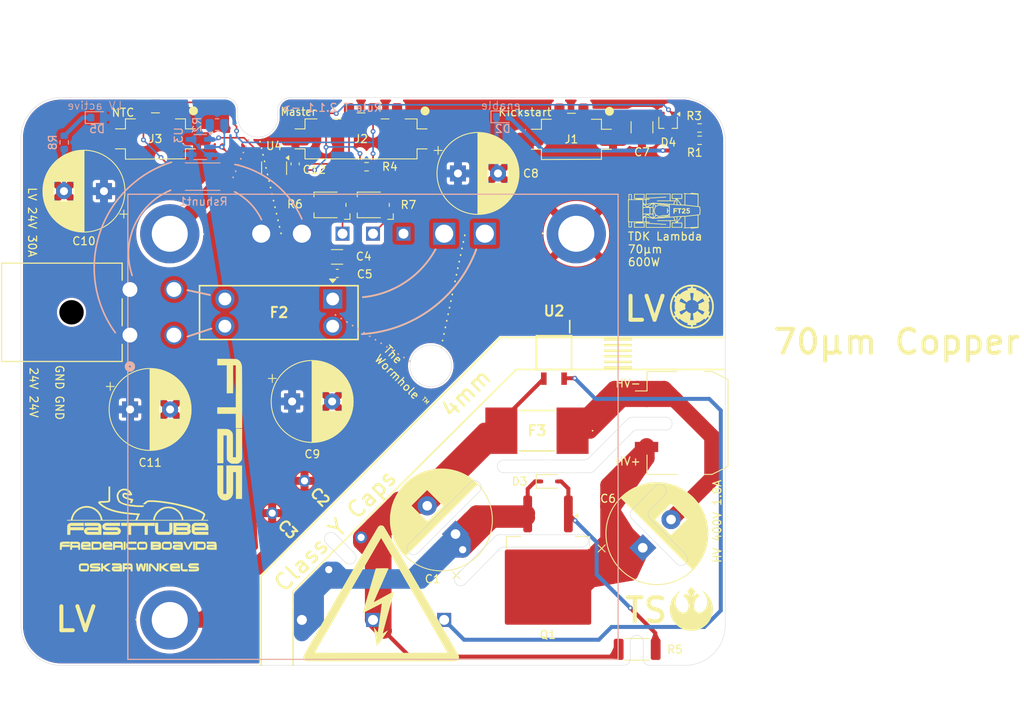
<source format=kicad_pcb>
(kicad_pcb
	(version 20240108)
	(generator "pcbnew")
	(generator_version "8.0")
	(general
		(thickness 1.67)
		(legacy_teardrops no)
	)
	(paper "A4")
	(layers
		(0 "F.Cu" mixed)
		(31 "B.Cu" mixed)
		(32 "B.Adhes" user "B.Adhesive")
		(33 "F.Adhes" user "F.Adhesive")
		(34 "B.Paste" user)
		(35 "F.Paste" user)
		(36 "B.SilkS" user "B.Silkscreen")
		(37 "F.SilkS" user "F.Silkscreen")
		(38 "B.Mask" user)
		(39 "F.Mask" user)
		(40 "Dwgs.User" user "User.Drawings")
		(41 "Cmts.User" user "User.Comments")
		(42 "Eco1.User" user "User.Eco1")
		(43 "Eco2.User" user "User.Eco2")
		(44 "Edge.Cuts" user)
		(45 "Margin" user)
		(46 "B.CrtYd" user "B.Courtyard")
		(47 "F.CrtYd" user "F.Courtyard")
		(48 "B.Fab" user)
		(49 "F.Fab" user)
		(50 "User.1" user)
		(51 "User.2" user)
		(52 "User.3" user)
		(53 "User.4" user)
		(54 "User.5" user)
		(55 "User.6" user)
		(56 "User.7" user)
		(57 "User.8" user)
		(58 "User.9" user)
	)
	(setup
		(stackup
			(layer "F.SilkS"
				(type "Top Silk Screen")
			)
			(layer "F.Paste"
				(type "Top Solder Paste")
			)
			(layer "F.Mask"
				(type "Top Solder Mask")
				(thickness 0.01)
			)
			(layer "F.Cu"
				(type "copper")
				(thickness 0.07)
			)
			(layer "dielectric 1"
				(type "core")
				(thickness 1.51)
				(material "FR4")
				(epsilon_r 4.5)
				(loss_tangent 0.02)
			)
			(layer "B.Cu"
				(type "copper")
				(thickness 0.07)
			)
			(layer "B.Mask"
				(type "Bottom Solder Mask")
				(thickness 0.01)
			)
			(layer "B.Paste"
				(type "Bottom Solder Paste")
			)
			(layer "B.SilkS"
				(type "Bottom Silk Screen")
			)
			(copper_finish "None")
			(dielectric_constraints no)
		)
		(pad_to_mask_clearance 0)
		(allow_soldermask_bridges_in_footprints no)
		(pcbplotparams
			(layerselection 0x00010fc_ffffffff)
			(plot_on_all_layers_selection 0x0000000_00000000)
			(disableapertmacros no)
			(usegerberextensions no)
			(usegerberattributes yes)
			(usegerberadvancedattributes yes)
			(creategerberjobfile yes)
			(dashed_line_dash_ratio 12.000000)
			(dashed_line_gap_ratio 3.000000)
			(svgprecision 4)
			(plotframeref no)
			(viasonmask no)
			(mode 1)
			(useauxorigin no)
			(hpglpennumber 1)
			(hpglpenspeed 20)
			(hpglpendiameter 15.000000)
			(pdf_front_fp_property_popups yes)
			(pdf_back_fp_property_popups yes)
			(dxfpolygonmode yes)
			(dxfimperialunits yes)
			(dxfusepcbnewfont yes)
			(psnegative no)
			(psa4output no)
			(plotreference yes)
			(plotvalue yes)
			(plotfptext yes)
			(plotinvisibletext no)
			(sketchpadsonfab no)
			(subtractmaskfromsilk no)
			(outputformat 1)
			(mirror no)
			(drillshape 1)
			(scaleselection 1)
			(outputdirectory "")
		)
	)
	(net 0 "")
	(net 1 "/-VIN")
	(net 2 "GND")
	(net 3 "Net-(D4-Pad3)")
	(net 4 "/+VIN")
	(net 5 "+3V3")
	(net 6 "/LV+")
	(net 7 "/3V_buttoncell")
	(net 8 "/TEMP_TSDCDC")
	(net 9 "/HV-in")
	(net 10 "/HV+in")
	(net 11 "/G")
	(net 12 "/~{EN}")
	(net 13 "/LV-")
	(net 14 "/LV_I_measure")
	(net 15 "/I_meas_weak")
	(net 16 "/+S")
	(net 17 "/TRM")
	(net 18 "Net-(D2-A)")
	(net 19 "Net-(D5-K)")
	(net 20 "/Vout+")
	(net 21 "Net-(R3-Pad2)")
	(footprint "Capacitor_SMD:C_1210_3225Metric" (layer "F.Cu") (at 177.6 64.721001 -90))
	(footprint "Resistor_SMD:R_0603_1608Metric" (layer "F.Cu") (at 184.8 64.8))
	(footprint "footprints:VY1471M29Y5UC63V0" (layer "F.Cu") (at 131.388932 112.962876 -45))
	(footprint "footprints:rebellion" (layer "F.Cu") (at 183.77 124.93))
	(footprint "FaSTTUBe_connectors:Micro_Mate-N-Lok_2p_vertical" (layer "F.Cu") (at 168.783 66.21))
	(footprint "Potentiometer_SMD:Potentiometer_Bourns_TC33X_Vertical" (layer "F.Cu") (at 143.92 74.42 180))
	(footprint "Capacitor_THT:CP_Radial_D12.5mm_P5.00mm" (layer "F.Cu") (at 154.3 115.584177 135))
	(footprint "Capacitor_THT:CP_Radial_D10.0mm_P5.00mm" (layer "F.Cu") (at 110.367678 72.7 180))
	(footprint "footprints:9775031360R" (layer "F.Cu") (at 118.59 78.03 180))
	(footprint "LOGO"
		(layer "F.Cu")
		(uuid "36ea3436-548e-4414-bac1-a7348850c228")
		(at 180.33 75.14)
		(property "Reference" "G***"
			(at 0 0 0)
			(layer "F.SilkS")
			(hide yes)
			(uuid "f973503b-fa37-47d9-b20f-d30676bb0e6c")
			(effects
				(font
					(size 1.5 1.5)
					(thickness 0.3)
				)
			)
		)
		(property "Value" "LOGO"
			(at 0.75 0 0)
			(layer "F.SilkS")
			(hide yes)
			(uuid "6387be7f-2b16-465c-8f89-140f5aa812b4")
			(effects
				(font
					(size 1.5 1.5)
					(thickness 0.3)
				)
			)
		)
		(property "Footprint" ""
			(at 0 0 0)
			(layer "F.Fab")
			(hide yes)
			(uuid "715f4f07-c5d3-4aaf-84cf-940e9c524073")
			(effects
				(font
					(size 1.27 1.27)
					(thickness 0.15)
				)
			)
		)
		(property "Datasheet" ""
			(at 0 0 0)
			(layer "F.Fab")
			(hide yes)
			(uuid "41393a24-4ba8-4af2-84c5-5556a5cd9241")
			(effects
				(font
					(size 1.27 1.27)
					(thickness 0.15)
				)
			)
		)
		(property "Description" ""
			(at 0 0 0)
			(layer "F.Fab")
			(hide yes)
			(uuid "47d9374d-4d87-4be0-875b-3451ee135b5f")
			(effects
				(font
					(size 1.27 1.27)
					(thickness 0.15)
				)
			)
		)
		(attr board_only exclude_from_pos_files exclude_from_bom)
		(fp_poly
			(pts
				(xy 2.210106 -0.240934) (xy 2.210106 -0.176067) (xy 2.115122 -0.176067) (xy 2.020138 -0.176067)
				(xy 2.020138 0.088034) (xy 2.020138 0.352134) (xy 1.948322 0.352134) (xy 1.876505 0.352134) (xy 1.876505 0.088034)
				(xy 1.876505 -0.176067) (xy 1.781521 -0.176067) (xy 1.686538 -0.176067) (xy 1.686538 -0.240935)
				(xy 1.686537 -0.305801) (xy 1.948322 -0.305801) (xy 2.210106 -0.305801)
			)
			(stroke
				(width 0)
				(type solid)
			)
			(fill solid)
			(layer "F.SilkS")
			(uuid "7df8e5e8-4ee8-444f-be4a-2fc6df64b466")
		)
		(fp_poly
			(pts
				(xy 1.644837 -0.238617) (xy 1.644837 -0.171435) (xy 1.49657 -0.171434) (xy 1.348303 -0.171434) (xy 1.348303 -0.10425)
				(xy 1.348303 -0.037067) (xy 1.484987 -0.037067) (xy 1.621671 -0.037067) (xy 1.621671 0.030116) (xy 1.621671 0.0973)
				(xy 1.484987 0.0973) (xy 1.348303 0.0973) (xy 1.348303 0.224717) (xy 1.348303 0.352134) (xy 1.27417 0.352134)
				(xy 1.200036 0.352134) (xy 1.200036 0.023167) (xy 1.200037 -0.305801) (xy 1.422437 -0.305801) (xy 1.644836 -0.305801)
			)
			(stroke
				(width 0)
				(type solid)
			)
			(fill solid)
			(layer "F.SilkS")
			(uuid "79488fa3-17fb-4e16-b5f3-2b64540a352f")
		)
		(fp_poly
			(pts
				(xy 2.532179 -0.312678) (xy 2.576155 -0.304473) (xy 2.614922 -0.2894) (xy 2.648 -0.267744) (xy 2.67491 -0.239793)
				(xy 2.695172 -0.205832) (xy 2.704208 -0.181813) (xy 2.708716 -0.159076) (xy 2.7108 -0.130942) (xy 2.71048 -0.100955)
				(xy 2.707773 -0.072656) (xy 2.703574 -0.052464) (xy 2.698715 -0.037255) (xy 2.692926 -0.02316) (xy 2.685517 -0.009402)
				(xy 2.675798 0.004797) (xy 2.663078 0.020215) (xy 2.646666 0.037632) (xy 2.625872 0.057823) (xy 2.600005 0.081568)
				(xy 2.568374 0.109644) (xy 2.53029 0.142829) (xy 2.529931 0.14314) (xy 2.430439 0.229351) (xy 2.575106 0.230575)
				(xy 2.719774 0.231799) (xy 2.719774 0.291967) (xy 2.719774 0.352134) (xy 2.490308 0.352134) (xy 2.260843 0.352134)
				(xy 2.262116 0.277056) (xy 2.263389 0.201979) (xy 2.356056 0.119177) (xy 2.402943 0.077122) (xy 2.443117 0.04073)
				(xy 2.476929 0.009665) (xy 2.504727 -0.016408) (xy 2.526863 -0.037827) (xy 2.543685 -0.054929) (xy 2.555544 -0.06805)
				(xy 2.562789 -0.077524) (xy 2.565176 -0.081851) (xy 2.5716 -0.10729) (xy 2.569746 -0.130812) (xy 2.56056 -0.15134)
				(xy 2.544994 -0.167801) (xy 2.523994 -0.179121) (xy 2.49851 -0.184225) (xy 2.475724 -0.18314) (xy 2.452963 -0.175273)
				(xy 2.433454 -0.159912) (xy 2.418912 -0.1387) (xy 2.413064 -0.123046) (xy 2.407173 -0.101018) (xy 2.367714 -0.103927)
				(xy 2.344598 -0.10571) (xy 2.320508 -0.107692) (xy 2.30031 -0.109471) (xy 2.298702 -0.109622) (xy 2.269145 -0.112408)
				(xy 2.272093 -0.14061) (xy 2.280459 -0.177948) (xy 2.296913 -0.213524) (xy 2.320278 -0.245457) (xy 2.349375 -0.271863)
				(xy 2.357833 -0.277654) (xy 2.388158 -0.29404) (xy 2.420755 -0.305158) (xy 2.458064 -0.31171) (xy 2.483473 -0.313727)
			)
			(stroke
				(width 0)
				(type solid)
			)
			(fill solid)
			(layer "F.SilkS")
			(uuid "c06ae400-d6b0-4739-b2a0-6d35249e5efc")
		)
		(fp_poly
			(pts
				(xy 3.243342 -0.245567) (xy 3.243342 -0.185334) (xy 3.111291 -0.185334) (xy 2.979241 -0.185333)
				(xy 2.979241 -0.135525) (xy 2.979241 -0.085718) (xy 3.035999 -0.085703) (xy 3.075658 -0.084189)
				(xy 3.108746 -0.079239) (xy 3.137528 -0.070212) (xy 3.16427 -0.05647) (xy 3.181956 -0.044466) (xy 3.203555 -0.026318)
				(xy 3.221029 -0.006004) (xy 3.236416 0.019128) (xy 3.246178 0.039116) (xy 3.254238 0.063529) (xy 3.259574 0.09369)
				(xy 3.261941 0.126422) (xy 3.261098 0.158544) (xy 3.257324 0.184609) (xy 3.244399 0.223685) (xy 3.224208 0.260227)
				(xy 3.198098 0.292412) (xy 3.167418 0.318418) (xy 3.150847 0.328502) (xy 3.111135 0.345164) (xy 3.066727 0.356095)
				(xy 3.020478 0.360938) (xy 2.975243 0.359334) (xy 2.945754 0.354196) (xy 2.903627 0.339619) (xy 2.867264 0.317857)
				(xy 2.836999 0.289211) (xy 2.813163 0.253981) (xy 2.79881 0.220868) (xy 2.79432 0.207035) (xy 2.791744 0.197519)
				(xy 2.791552 0.194601) (xy 2.796444 0.193609) (xy 2.808775 0.190877) (xy 2.826961 0.186759) (xy 2.849416 0.181613)
				(xy 2.863407 0.178384) (xy 2.887539 0.172819) (xy 2.908262 0.168078) (xy 2.924002 0.164518) (xy 2.933186 0.162495)
				(xy 2.934883 0.162167) (xy 2.937199 0.166065) (xy 2.941475 0.175947) (xy 2.943919 0.182163) (xy 2.957618 0.206359)
				(xy 2.976856 0.224378) (xy 2.999977 0.235881) (xy 3.025322 0.240528) (xy 3.051235 0.23798) (xy 3.076057 0.227898)
				(xy 3.095075 0.213134) (xy 3.111612 0.190456) (xy 3.120769 0.164235) (xy 3.12262 0.136431) (xy 3.117245 0.108995)
				(xy 3.10472 0.083886) (xy 3.089275 0.066498) (xy 3.070671 0.05315) (xy 3.049056 0.043822) (xy 3.022749 0.038071)
				(xy 2.990066 0.035457) (xy 2.969974 0.03519) (xy 2.940708 0.035905) (xy 2.915232 0.038169) (xy 2.889963 0.042519)
				(xy 2.861313 0.04949) (xy 2.845988 0.053732) (xy 2.835519 0.056704) (xy 2.838042 -0.086323) (xy 2.838768 -0.123978)
				(xy 2.83959 -0.160526) (xy 2.840463 -0.194417) (xy 2.841344 -0.224098) (xy 2.842188 -0.248021) (xy 2.842954 -0.264633)
				(xy 2.843135 -0.267576) (xy 2.845706 -0.305801) (xy 3.044525 -0.305801) (xy 3.243342 -0.305801)
			)
			(stroke
				(width 0)
				(type solid)
			)
			(fill solid)
			(layer "F.SilkS")
			(uuid "5a963cb9-9510-4127-9f96-127e7c222fca")
		)
		(fp_poly
			(pts
				(xy 3.38727 -2.232811) (xy 3.40086 -2.231479) (xy 3.422092 -2.229358) (xy 3.450178 -2.22653) (xy 3.484329 -2.223073)
				(xy 3.523759 -2.219069) (xy 3.567678 -2.214599) (xy 3.615297 -2.209743) (xy 3.66583 -2.204582) (xy 3.718489 -2.199197)
				(xy 3.772484 -2.193667) (xy 3.827029 -2.188075) (xy 3.881335 -2.182501) (xy 3.934614 -2.177024)
				(xy 3.986077 -2.171727) (xy 4.034939 -2.166689) (xy 4.080407 -2.161992) (xy 4.121698 -2.157716)
				(xy 4.158021 -2.153941) (xy 4.188587 -2.150748) (xy 4.200017 -2.149547) (xy 4.234253 -2.145885)
				(xy 4.265408 -2.142435) (xy 4.292316 -2.139335) (xy 4.31381 -2.136726) (xy 4.328722 -2.134745) (xy 4.335885 -2.133532)
				(xy 4.336334 -2.133359) (xy 4.336533 -2.128574) (xy 4.336655 -2.115023) (xy 4.336705 -2.093209)
				(xy 4.336684 -2.063633) (xy 4.336595 -2.026795) (xy 4.33644 -1.983198) (xy 4.336223 -1.933343) (xy 4.335944 -1.877731)
				(xy 4.335608 -1.816864) (xy 4.335216 -1.751243) (xy 4.33477 -1.681369) (xy 4.334273 -1.607743) (xy 4.333728 -1.530869)
				(xy 4.333136 -1.451244) (xy 4.332871 -1.416624) (xy 4.332241 -1.334602) (xy 4.331634 -1.254271)
				(xy 4.33105 -1.176204) (xy 4.330496 -1.10097) (xy 4.329976 -1.029142) (xy 4.329492 -0.961291) (xy 4.329052 -0.897987)
				(xy 4.328655 -0.839801) (xy 4.328308 -0.787305) (xy 4.328013 -0.741071) (xy 4.327776 -0.701668)
				(xy 4.327599 -0.669669) (xy 4.327487 -0.645643) (xy 4.327444 -0.630164) (xy 4.327444 -0.627586)
				(xy 4.327545 -0.55322) (xy 4.37377 -0.54809) (xy 4.419996 -0.542959) (xy 4.484971 -0.483626) (xy 4.505281 -0.464833)
				(xy 4.522986 -0.44798) (xy 4.537024 -0.434118) (xy 4.546333 -0.424295) (xy 4.54985 -0.419562) (xy 4.549855 -0.419489)
				(xy 4.550293 -0.414027) (xy 4.551582 -0.400285) (xy 4.55363 -0.379199) (xy 4.556344 -0.351708) (xy 4.55963 -0.31875)
				(xy 4.563396 -0.281261) (xy 4.567548 -0.240179) (xy 4.571355 -0.202709) (xy 4.592945 0.009267) (xy 4.571355 0.221242)
				(xy 4.566945 0.264663) (xy 4.562841 0.305296) (xy 4.559137 0.342206) (xy 4.555926 0.374453) (xy 4.553301 0.401102)
				(xy 4.551353 0.421213) (xy 4.550178 0.433849) (xy 4.549855 0.438022) (xy 4.546612 0.442512) (xy 4.537531 0.452137)
				(xy 4.523674 0.465847) (xy 4.506105 0.482593) (xy 4.485885 0.501324) (xy 4.484971 0.50216) (xy 4.419997 0.561493)
				(xy 4.373769 0.566623) (xy 4.327545 0.571753) (xy 4.327444 0.646119) (xy 4.327469 0.65926) (xy 4.327563 0.681097)
				(xy 4.327723 0.711058) (xy 4.327945 0.748571) (xy 4.328225 0.793067) (xy 4.328559 0.843974) (xy 4.328943 0.90072)
				(xy 4.329373 0.962734) (xy 4.329846 1.029446) (xy 4.330356 1.100286) (xy 4.330901 1.17468) (xy 4.331477 1.252059)
				(xy 4.332079 1.33185) (xy 4.332704 1.413485) (xy 4.332871 1.435157) (xy 4.333481 1.5158) (xy 4.334047 1.593906)
				(xy 4.334564 1.668978) (xy 4.335032 1.740512) (xy 4.335447 1.808006) (xy 4.335808 1.870958) (xy 4.336111 1.928869)
				(xy 4.336355 1.981237) (xy 4.336537 2.02756) (xy 4.336653 2.067337) (xy 4.336704 2.100067) (xy 4.336685 2.125248)
				(xy 4.336594 2.142379) (xy 4.336429 2.150958) (xy 4.336335 2.151893) (xy 4.331377 2.152884) (xy 4.318367 2.15468)
				(xy 4.298472 2.157138) (xy 4.272859 2.160123) (xy 4.242694 2.163495) (xy 4.209148 2.167117) (xy 4.200017 2.168082)
				(xy 4.172233 2.170992) (xy 4.138346 2.174521) (xy 4.099146 2.178586) (xy 4.055419 2.183108) (xy 4.007954 2.188005)
				(xy 3.957539 2.193199) (xy 3.904962 2.198607) (xy 3.851011 2.204148) (xy 3.796475 2.209742) (xy 3.742141 2.215309)
				(xy 3.688796 2.220768) (xy 3.63723 2.226037) (xy 3.588231 2.231037) (xy 3.542586 2.235687) (xy 3.501083 2.239906)
				(xy 3.464512 2.243614) (xy 3.433658 2.246729) (xy 3.409312 2.249172) (xy 3.39226 2.250859) (xy 3.383291 2.251715)
				(xy 3.382109 2.251806) (xy 3.380255 2.247528) (xy 3.378178 2.23608) (xy 3.376217 2.219545) (xy 3.37545 2.210835)
				(xy 3.3736 2.191763) (xy 3.371439 2.175942) (xy 3.369333 2.165869) (xy 3.368582 2.163999) (xy 3.368194 2.163123)
				(xy 3.367841 2.162336) (xy 3.367055 2.161657) (xy 3.365358 2.161104) (xy 3.362276 2.160697) (xy 3.357337 2.160453)
				(xy 3.350069 2.160392) (xy 3.339994 2.160532) (xy 3.32664 2.16089) (xy 3.309536 2.161487) (xy 3.288204 2.162341)
				(xy 3.26217 2.16347) (xy 3.230964 2.164892) (xy 3.19411 2.166627) (xy 3.151135 2.168692) (xy 3.101565 2.171107)
				(xy 3.044926 2.17389) (xy 2.980744 2.177059) (xy 2.908545 2.180634) (xy 2.827857 2.184632) (xy 2.773776 2.187311)
				(xy 2.723126 2.189773) (xy 2.675244 2.19201) (xy 2.630927 2.19399) (xy 2.590972 2.195683) (xy 2.556177 2.197057)
				(xy 2.52734 2.198081) (xy 2.505257 2.198724) (xy 2.490727 2.198954) (xy 2.484548 2.198738) (xy 2.484397 2.198675)
				(xy 2.482972 2.193086) (xy 2.4815 2.180449) (xy 2.480208 2.162975) (xy 2.479683 2.152716) (xy 2.477796 2.109587)
				(xy 2.502643 2.106603) (xy 2.520245 2.105084) (xy 2.542271 2.103995) (xy 2.563398 2.103579) (xy 2.599307 2.103539)
				(xy 2.599205 2.03983) (xy 2.599136 2.026958) (xy 2.59896 2.005475) (xy 2.598682 1.976034) (xy 2.598313 1.939289)
				(xy 2.597857 1.895895) (xy 2.597323 1.846507) (xy 2.596718 1.791777) (xy 2.596049 1.732363) (xy 2.595323 1.668916)
				(xy 2.594547 1.602089) (xy 2.593729 1.53254) (xy 2.592876 1.460921) (xy 2.592357 1.417804) (xy 2.591488 1.345622)
				(xy 2.590651 1.275356) (xy 2.589851 1.207638) (xy 2.589097 1.143098) (xy 2.588395 1.08237) (xy 2.587752 1.026085)
				(xy 2.587175 0.974875) (xy 2.586672 0.929372) (xy 2.58625 0.890208) (xy 2.585916 0.858015) (xy 2.585677 0.833425)
				(xy 2.585539 0.817069) (xy 2.585508 0.811266) (xy 2.585407 0.763045) (xy 2.477681 0.76615) (xy 2.420738 0.767807)
				(xy 2.372367 0.769264) (xy 2.331872 0.770562) (xy 2.298559 0.771745) (xy 2.271738 0.772854) (xy 2.250712 0.773931)
				(xy 2.234789 0.775018) (xy 2.223275 0.776158) (xy 2.215478 0.777392) (xy 2.210703 0.778764) (xy 2.208257 0.780313)
				(xy 2.207447 0.782084) (xy 2.207419 0.782564) (xy 2.204733 0.787317) (xy 2.196946 0.798996) (xy 2.184444 0.817061)
				(xy 2.167617 0.84097) (xy 2.146849 0.870183) (xy 2.122527 0.90416) (xy 2.09504 0.94236) (xy 2.064773 0.984242)
				(xy 2.032115 1.029266) (xy 1.99745 1.07689) (xy 1.961168 1.126575) (xy 1.960005 1.128165) (xy 1.923623 1.177986)
				(xy 1.888809 1.225823) (xy 1.855956 1.271128) (xy 1.825453 1.313354) (xy 1.797694 1.351955) (xy 1.773068 1.386383)
				(xy 1.751966 1.416092) (xy 1.734781 1.440534) (xy 1.721903 1.459162) (xy 1.713724 1.47143) (xy 1.710635 1.47679)
				(xy 1.710627 1.476824) (xy 1.708624 1.487304) (xy 2.003382 1.487304) (xy 2.298139 1.487304) (xy 2.298144 1.583446)
				(xy 2.298213 1.608384) (xy 2.298406 1.641116) (xy 2.29871 1.680174) (xy 2.299111 1.724089) (xy 2.299595 1.771389)
				(xy 2.300147 1.820606) (xy 2.300755 1.870268) (xy 2.301218 1.905463) (xy 2.304286 2.131339) (xy 1.647305 2.131339)
				(xy 0.990323 2.131339) (xy 0.993195 2.113964) (xy 0.993689 2.106417) (xy 0.994158 2.090423) (xy 0.994594 2.066805)
				(xy 0.99496 2.038672) (xy 1.08875 2.038672) (xy 1.647111 2.038672) (xy 2.205472 2.038672) (xy 2.205472 1.809321)
				(xy 2.205472 1.579971) (xy 1.656421 1.579199) (xy 1.585739 1.579096) (xy 1.517565 1.578991) (xy 1.452484 1.578885)
				(xy 1.391074 1.578779) (xy 1.333918 1.578675) (xy 1.281595 1.578571) (xy 1.234689 1.578472) (xy 1.193778 1.578378)
				(xy 1.159447 1.57829) (xy 1.132272 1.578209) (xy 1.112838 1.578137) (xy 1.101725 1.578074) (xy 1.099261 1.57804)
				(xy 1.097423 1.578408) (xy 1.095875 1.580202) (xy 1.094589 1.584173) (xy 1.093535 1.591074) (xy 1.092682 1.601656)
				(xy 1.091999 1.61667) (xy 1.091456 1.636869) (xy 1.091023 1.663004) (xy 1.090669 1.695827) (xy 1.090364 1.736087)
				(xy 1.090077 1.784539) (xy 1.089951 1.808163) (xy 1.08875 2.038672) (xy 0.99496 2.038672) (xy 0.99499 2.036382)
				(xy 0.995338 1.999975) (xy 0.995631 1.958404) (xy 0.995862 1.912492) (xy 0.996024 1.863057) (xy 0.996108 1.810921)
				(xy 0.996118 1.78963) (xy 0.996169 1.482671) (xy 1.242123 1.482671) (xy 1.291787 1.482595) (xy 1.337431 1.482378)
				(xy 1.378334 1.48203) (xy 1.413769 1.481564) (xy 1.443013 1.480992) (xy 1.465339 1.480327) (xy 1.480024 1.47958)
				(xy 1.486341 1.478764) (xy 1.486531 1.478558) (xy 1.484152 1.47334) (xy 1.478357 1.461039) (xy 1.469747 1.442919)
				(xy 1.458926 1.420247) (xy 1.446495 1.394288) (xy 1.441011 1.382862) (xy 1.397037 1.291279) (xy 1.283478 1.294298)
				(xy 1.249685 1.295057) (xy 1.208904 1.295746) (xy 1.163413 1.296342) (xy 1.11549 1.296818) (xy 1.067413 1.297151)
				(xy 1.021462 1.297314) (xy 1.006594 1.297327) (xy 0.843269 1.297337) (xy 0.843269 1.721288) (xy 0.843269 2.145239)
				(xy -0.708148 2.145239) (xy -2.259563 2.145239) (xy -2.262634 1.935978) (xy -2.263315 1.886185)
				(xy -2.263944 1.833688) (xy -2.264503 1.780411) (xy -2.264976 1.728276) (xy -2.265345 1.679207)
				(xy -2.265592 1.635127) (xy -2.265702 1.59796) (xy -2.265706 1.590794) (xy -2.265739 1.55167) (xy -2.265876 1.520834)
				(xy -2.266173 1.497306) (xy -2.266692 1.480108) (xy -2.26749 1.46826) (xy -2.268626 1.460783) (xy -2.270157 1.456697)
				(xy -2.272141 1.455025) (xy -2.273814 1.454766) (xy -2.280294 1.454537) (xy -2.294854 1.453935)
				(xy -2.316319 1.453013) (xy -2.343512 1.451821) (xy -2.37526 1.450411) (xy -2.410382 1.448834) (xy -2.43019 1.447939)
				(xy -2.468142 1.446262) (xy -2.504686 1.44473) (xy -2.538371 1.443397) (xy -2.567745 1.442318) (xy -2.591357 1.441547)
				(xy -2.607758 1.441142) (xy -2.612049 1.441093) (xy -2.64564 1.44097) (xy -2.64564 1.468771) (xy -2.645639 1.496571)
				(xy -2.525331 1.496571) (xy -2.405021 1.496571) (xy -2.403705 1.805846) (xy -2.403515 1.858546)
				(xy -2.403401 1.908502) (xy -2.40336 1.954946) (xy -2.40339 1.997109) (xy -2.403489 2.034222) (xy -2.403653 2.065515)
				(xy -2.403881 2.090221) (xy -2.404171 2.107569) (xy -2.404518 2.116791) (xy -2.404706 2.118106)
				(xy -2.409529 2.11848) (xy -2.423095 2.118886) (xy -2.44488 2.119321) (xy -2.474362 2.119778) (xy -2.511016 2.120253)
				(xy -2.554319 2.12074) (xy -2.603749 2.121235) (xy -2.658781 2.121732) (xy -2.718891 2.122227) (xy -2.783558 2.122715)
				(xy -2.852257 2.12319) (xy -2.924462 2.123648) (xy -2.999654 2.124083) (xy -3.0638 2.124423) (xy -3.720577 2.127757)
				(xy -3.720577 1.81448) (xy -3.720577 1.593871) (xy -3.62791 1.593871) (xy -3.62791 1.814711) (xy -3.62791 2.03555)
				(xy -3.411698 2.032478) (xy -3.369215 2.031948) (xy -3.31891 2.031448) (xy -3.262228 2.030984) (xy -3.200615 2.030565)
				(xy -3.135516 2.030198) (xy -3.068375 2.029891) (xy -3.000637 2.029653) (xy -2.933749 2.02949) (xy -2.869154 2.029412)
				(xy -2.846385 2.029405) (xy -2.497283 2.029405) (xy -2.498486 1.81048) (xy -2.49969 1.591554) (xy -2.537915 1.591676)
				(xy -2.547579 1.591701) (xy -2.565869 1.591743) (xy -2.592146 1.591801) (xy -2.62577 1.591872) (xy -2.666099 1.591957)
				(xy -2.712496 1.592053) (xy -2.764319 1.592159) (xy -2.820929 1.592274) (xy -2.881685 1.592396)
				(xy -2.945948 1.592525) (xy -3.013077 1.592659) (xy -3.082432 1.592796) (xy -3.102025 1.592834)
				(xy -3.62791 1.593871) (xy -3.720577 1.593871) (xy -3.720577 1.501204) (xy -3.654551 1.501183) (xy -3.624666 1.500936)
				(xy -3.592334 1.500279) (xy -3.561481 1.499312) (xy -3.536401 1.498158) (xy -3.484276 1.495155)
				(xy -3.484276 1.468063) (xy -3.484276 1.44097) (xy -3.740716 1.44097) (xy -3.997156 1.44097) (xy -4.000524 1.764101)
				(xy -4.001097 1.817922) (xy -4.001663 1.868962) (xy -4.002214 1.916476) (xy -4.002738 1.959718)
				(xy -4.003227 1.997942) (xy -4.00367 2.030405) (xy -4.004058 2.056359) (xy -4.004382 2.07506) (xy -4.004631 2.085762)
				(xy -4.004755 2.088096) (xy -4.009616 2.088576) (xy -4.02259 2.089168) (xy -4.042528 2.089847) (xy -4.068278 2.090589)
				(xy -4.098689 2.091373) (xy -4.132609 2.092176) (xy -4.168888 2.092974) (xy -4.206373 2.093745)
				(xy -4.243913 2.094466) (xy -4.28036 2.095114) (xy -4.314559 2.095667) (xy -4.34536 2.096101) (xy -4.371612 2.096393)
				(xy -4.392163 2.096521) (xy -4.405862 2.096463) (xy -4.411559 2.096194) (xy -4.41163 2.096166) (xy -4.412287 2.091243)
				(xy -4.412909 2.077802) (xy -4.413489 2.056593) (xy -4.414016 2.028365) (xy -4.414482 1.993867)
				(xy -4.414878 1.953848) (xy -4.415193 1.909058) (xy -4.415422 1.860246) (xy -4.415551 1.808161)
				(xy -4.415578 1.769665) (xy -4.415578 1.445919) (xy -4.322912 1.44592) (xy -4.322911 1.632667) (xy -4.32283 1.677998)
				(xy -4.322597 1.724363) (xy -4.322233 1.770035) (xy -4.321755 1.813286) (xy -4.321184 1.852391)
				(xy -4.320538 1.885623) (xy -4.319861 1.910511) (xy -4.31681 2.001605) (xy -4.27237 2.001588) (xy -4.250095 2.001348)
				(xy -4.222113 2.000707) (xy -4.191967 1.999762) (xy -4.163205 1.99861) (xy -4.162654 1.998585) (xy -4.09738 1.995599)
				(xy -4.094329 1.722449) (xy -4.093807 1.672987) (xy -4.093375 1.626306) (xy -4.093037 1.583227)
				(xy -4.092796 1.544568) (xy -4.092653 1.51115) (xy -4.092615 1.483793) (xy -4.092685 1.463316) (xy -4.092866 1.450539)
				(xy -4.09313 1.446294) (xy -4.09808 1.445515) (xy -4.111021 1.444917) (xy -4.130668 1.444519) (xy -4.155749 1.444338)
				(xy -4.184984 1.444394) (xy -4.208947 1.444604) (xy -4.322912 1.44592) (xy -4.415578 1.445919) (xy -4.415578 1.445604)
				(xy -4.44609 1.445604) (xy -4.476601 1.445603) (xy -4.472918 1.340195) (xy -4.472551 1.32484) (xy -4.472203 1.300703)
				(xy -4.471875 1.268271) (xy -4.471567 1.22803) (xy -4.471279 1.180464) (xy -4.47101 1.126058) (xy -4.470761 1.065302)
				(xy -4.470532 0.998677) (xy -4.470323 0.92667) (xy -4.470132 0.849767) (xy -4.469964 0.768454) (xy -4.469814 0.683216)
				(xy -4.469683 0.594538) (xy -4.469572 0.502907) (xy -4.469482 0.408808) (xy -4.469412 0.312726)
				(xy -4.469361 0.215146) (xy -4.469329 0.116557) (xy -4.469318 0.017441) (xy -4.469319 0.009267)
				(xy -4.376195 0.009267) (xy -4.376195 1.348304) (xy -3.921735 1.348303) (xy -3.84542 1.348265) (xy -3.763054 1.348156)
				(xy -3.676284 1.347978) (xy -3.586755 1.34774) (xy -3.496112 1.347448) (xy -3.4755 1.34737) (xy -2.566874 1.347369)
				(xy -2.510115 1.350271) (xy -2.485398 1.351507) (xy -2.454562 1.353009) (xy -2.420743 1.354622)
				(xy -2.387079 1.356201) (xy -2.369956 1.35699) (xy -2.342439 1.358262) (xy -2.317591 1.359435) (xy -2.297116 1.360426)
				(xy -2.28272 1.361153) (xy -2.27648 1.361507) (xy -2.266404 1.362204) (xy -2.268995 1.099261) (xy -2.269489 1.050816)
				(xy -2.269988 1.005216) (xy -2.270479 0.963292) (xy -2.270952 0.925869) (xy -2.271395 0.893779)
				(xy -2.271407 0.893007) (xy -2.176597 0.893007) (xy -2.176496 0.920555) (xy -2.176287 0.953996)
				(xy -2.175973 0.992488) (xy -2.175561 1.035186) (xy -2.175055 1.081248) (xy -2.174701 1.110891)
				(xy -2.17154 1.365972) (xy -2.129432 1.368977) (xy -2.067771 1.373609) (xy -2.010185 1.378392) (xy -1.957281 1.383255)
				(xy -1.909674 1.388125) (xy -1.867971 1.39293) (xy -1.832783 1.397595) (xy -1.80472 1.40205) (xy -1.784393 1.406223)
				(xy -1.772412 1.410037) (xy -1.769774 1.411753) (xy -1.769529 1.417538) (xy -1.771735 1.42998) (xy -1.775956 1.446925)
				(xy -1.778921 1.457187) (xy -1.785239 1.477077) (xy -1.790133 1.489488) (xy -1.794401 1.495928)
				(xy -1.798845 1.497914) (xy -1.800426 1.497857) (xy -1.808153 1.49683) (xy -1.823059 1.494741) (xy -1.843149 1.491874)
				(xy -1.866434 1.488511) (xy -1.871871 1.48772) (xy -1.897523 1.484335) (xy -1.929466 1.480654) (xy -1.964746 1.476986)
				(xy -2.000406 1.473642) (xy -2.027089 1.471419) (xy -2.057452 1.46905) (xy -2.086497 1.466764) (xy -2.112259 1.464717)
				(xy -2.132778 1.463064) (xy -2.146087 1.461962) (xy -2.146397 1.461935) (xy -2.173039 1.459646)
				(xy -2.173039 1.489692) (xy -2.172691 1.506113) (xy -2.171285 1.515262) (xy -2.168279 1.519122)
				(xy -2.164797 1.519737) (xy -2.158723 1.520031) (xy -2.144281 1.520874) (xy -2.12235 1.522213) (xy -2.093809 1.52399)
				(xy -2.059538 1.526152) (xy -2.020415 1.528643) (xy -1.977319 1.531407) (xy -1.93113 1.534389) (xy -1.906488 1.535988)
				(xy -1.854929 1.539338) (xy -1.80268 1.542728) (xy -1.751135 1.546071) (xy -1.701688 1.549275) (xy -1.655732 1.55225)
				(xy -1.614661 1.554907) (xy -1.579869 1.557154) (xy -1.552749 1.558901) (xy -1.549854 1.559087)
				(xy -1.519396 1.561047) (xy -1.481663 1.56348) (xy -1.438624 1.566258) (xy -1.392251 1.569254) (xy -1.344516 1.57234)
				(xy -1.297389 1.575391) (xy -1.264903 1.577495) (xy -1.217015 1.580596) (xy -1.16498 1.583963) (xy -1.111213 1.587439)
				(xy -1.058137 1.590868) (xy -1.008165 1.594093) (xy -0.963719 1.596959) (xy -0.942887 1.598301)
				(xy -0.897305 1.601236) (xy -0.845716 1.60456) (xy -0.791355 1.608063) (xy -0.737462 1.611537) (xy -0.687275 1.614773)
				(xy -0.655619 1.616816) (xy -0.610848 1.619703) (xy -0.559926 1.622982) (xy -0.505948 1.626455)
				(xy -0.452011 1.629924) (xy -0.401211 1.633186) (xy -0.363718 1.635592) (xy -0.328419 1.637861)
				(xy -0.285555 1.640625) (xy -0.236806 1.643776) (xy -0.183852 1.647202) (xy -0.128376 1.650799)
				(xy -0.072057 1.654455) (xy -0.016577 1.658062) (xy 0.031407 1.661186) (xy 0.078504 1.664246) (xy 0.122931 1.667115)
				(xy 0.163807 1.669738) (xy 0.200251 1.672059) (xy 0.231381 1.674022) (xy 0.256316 1.675572) (xy 0.274174 1.676652)
				(xy 0.284073 1.677206) (xy 0.285714 1.677271) (xy 0.289145 1.678355) (xy 0.291125 1.682707) (xy 0.291847 1.691981)
				(xy 0.291504 1.70783) (xy 0.290854 1.721421) (xy 0.289553 1.740799) (xy 0.287959 1.756543) (xy 0.286321 1.766454)
				(xy 0.285478 1.768637) (xy 0.280651 1.768608) (xy 0.266958 1.768) (xy 0.24478 1.766836) (xy 0.214499 1.765141)
				(xy 0.176497 1.762937) (xy 0.131153 1.76025) (xy 0.078851 1.757101) (xy 0.019972 1.753516) (xy -0.045106 1.749517)
				(xy -0.115998 1.745128) (xy -0.192324 1.740372) (xy -0.273703 1.735274) (xy -0.359753 1.729857)
				(xy -0.450093 1.724144) (xy -0.544342 1.718159) (xy -0.642118 1.711925) (xy -0.743041 1.705468)
				(xy -0.846728 1.698808) (xy -0.944155 1.692531) (xy -1.050013 1.6857) (xy -1.153439 1.679031) (xy -1.254052 1.67255)
				(xy -1.351472 1.666279) (xy -1.445319 1.660243) (xy -1.535212 1.654466) (xy -1.620772 1.648974)
				(xy -1.701618 1.643789) (xy -1.77737 1.638936) (xy -1.847648 1.634441) (xy -1.912071 1.630326) (xy -1.97026 1.626617)
				(xy -2.021834 1.623337) (xy -2.066412 1.620512) (xy -2.103615 1.618164) (xy -2.133063 1.61632) (xy -2.154375 1.615002)
				(xy -2.167171 1.614236) (xy -2.171095 1.614039) (xy -2.171128 1.618662) (xy -2.171074 1.631645)
				(xy -2.170943 1.652082) (xy -2.170742 1.679067) (xy -2.170476 1.711694) (xy -2.170155 1.749057)
				(xy -2.169782 1.790249) (xy -2.169374 1.833647) (xy -2.167282 2.052572) (xy -0.707684 2.052572)
				(xy 0.751913 2.052572) (xy 0.748501 1.676113) (xy 0.747965 1.617934) (xy 0.747438 1.562492) (xy 0.746927 1.510476)
				(xy 0.746439 1.462575) (xy 0.745982 1.419482) (xy 0.745565 1.381879) (xy 0.745193 1.350461) (xy 0.744876 1.325917)
				(xy 0.74462 1.308934) (xy 0.744433 1.300203) (xy 0.74437 1.299146) (xy 0.739738 1.29906) (xy 0.726314 1.298912)
				(xy 0.704572 1.298707) (xy 0.674985 1.29845) (xy 0.63803 1.298141) (xy 0.594179 1.297786) (xy 0.543907 1.297389)
				(xy 0.487688 1.296953) (xy 0.425996 1.296482) (xy 0.359306 1.295979) (xy 0.288092 1.295448) (xy 0.212828 1.294894)
				(xy 0.133988 1.294318) (xy 0.052047 1.293726) (xy -0.032522 1.293121) (xy -0.050967 1.292989) (xy -0.136082 1.292366)
				(xy -0.218697 1.291727) (xy -0.298338 1.291076) (xy -0.374525 1.29042) (xy -0.446785 1.289762) (xy -0.51464 1.289109)
				(xy -0.577615 1.288467) (xy -0.635234 1.287838) (xy -0.687017 1.287229) (xy -0.732492 1.286647)
				(xy -0.771182 1.286094) (xy -0.80261 1.285578) (xy -0.8263 1.285103) (xy -0.841774 1.284674) (xy -0.848559 1.284296)
				(xy -0.848834 1.284224) (xy -0.849966 1.278521) (xy -0.850313 1.265798) (xy -0.849853 1.248265)
				(xy -0.849272 1.23771) (xy -0.84646 1.194313) (xy -0.241371 1.198332) (xy -0.165921 1.198806) (xy -0.087571 1.199245)
				(xy -0.006827 1.199647) (xy 0.075804 1.200015) (xy 0.159817 1.200345) (xy 0.244705 1.200641) (xy 0.329962 1.2009)
				(xy 0.415083 1.201123) (xy 0.49956 1.201308) (xy 0.582888 1.201456) (xy 0.664561 1.201569) (xy 0.744073 1.201645)
				(xy 0.820918 1.20168) (xy 0.894589 1.201678) (xy 0.964581 1.20164) (xy 1.030387 1.201562) (xy 1.091501 1.201446)
				(xy 1.147417 1.20129) (xy 1.19763 1.201096) (xy 1.241632 1.200862) (xy 1.278919 1.200589) (xy 1.308983 1.200276)
				(xy 1.331319 1.199923) (xy 1.34542 1.19953) (xy 1.35078 1.199096) (xy 1.350806 1.199078) (xy 1.349214 1.19475)
				(xy 1.344123 1.183101) (xy 1.336024 1.165174) (xy 1.325408 1.142014) (xy 1.312764 1.114663) (xy 1.298583 1.084164)
				(xy 1.283355 1.051563) (xy 1.26757 1.0179) (xy 1.251718 0.984222) (xy 1.23629 0.951571) (xy 1.221776 0.920988)
				(xy 1.208665 0.893521) (xy 1.197449 0.87021) (xy 1.188618 0.852101) (xy 1.18266 0.840235) (xy 1.180095 0.835685)
				(xy 1.175226 0.835695) (xy 1.161554 0.836353) (xy 1.139522 0.83763) (xy 1.10957 0.839495) (xy 1.07214 0.84192)
				(xy 1.027672 0.844876) (xy 0.976607 0.848331) (xy 0.919386 0.852257) (xy 0.85645 0.856627) (xy 0.788239 0.861409)
				(xy 0.715194 0.866573) (xy 0.685735 0.868667) (xy 0.663095 0.870269) (xy 0.632355 0.872428) (xy 0.594658 0.875065)
				(xy 0.551149 0.8781) (xy 0.502971 0.881454) (xy 0.451269 0.885047) (xy 0.397186 0.888799) (xy 0.341867 0.89263)
				(xy 0.286456 0.896461) (xy 0.284951 0.896566) (xy 0.176937 0.90403) (xy 0.077696 0.910891) (xy -0.013246 0.917182)
				(xy -0.09636 0.922935) (xy -0.172119 0.928184) (xy -0.240997 0.932962) (xy -0.303464 0.9373) (xy -0.359995 0.941234)
				(xy -0.411061 0.944794) (xy -0.457135 0.948013) (xy -0.49869 0.950924) (xy -0.536198 0.953561) (xy -0.549051 0.954467)
				(xy -0.578891 0.956562) (xy -0.616558 0.95919) (xy -0.660642 0.962254) (xy -0.709728 0.965655) (xy -0.7624 0.969296)
				(xy -0.817245 0.973079) (xy -0.872847 0.976906) (xy -0.927792 0.980679) (xy -0.949836 0.98219) (xy -1.01286 0.986511)
				(xy -1.067275 0.990257) (xy -1.113708 0.993486) (xy -1.152795 0.996259) (xy -1.185167 0.998635)
				(xy -1.211458 1.000672) (xy -1.232301 1.002429) (xy -1.248327 1.003966) (xy -1.26017 1.005342) (xy -1.268462 1.006617)
				(xy -1.273837 1.007848) (xy -1.276926 1.009095) (xy -1.278363 1.010417) (xy -1.27878 1.011874) (xy -1.278804 1.012926)
				(xy -1.282603 1.018344) (xy -1.286912 1.019325) (xy -1.292531 1.018476) (xy -1.306619 1.016012)
				(xy -1.328539 1.012051) (xy -1.357656 1.006711) (xy -1.393335 1.000111) (xy -1.434941 0.992369)
				(xy -1.481838 0.983603) (xy -1.533392 0.973932) (xy -1.588967 0.963474) (xy -1.647926 0.952347)
				(xy -1.709637 0.94067) (xy -1.734781 0.935903) (xy -1.797241 0.924076) (xy -1.857088 0.912784) (xy -1.913699 0.902139)
				(xy -1.953465 0.894691) (xy -1.182718 0.894691) (xy -1.181463 0.896526) (xy -1.178384 0.896375)
				(xy -1.172445 0.895435) (xy -1.157826 0.893191) (xy -1.135011 0.889716) (xy -1.104486 0.885085)
				(xy -1.066734 0.879368) (xy -1.022239 0.87264) (xy -0.971486 0.864975) (xy -0.914959 0.856444) (xy -0.853143 0.847121)
				(xy -0.786521 0.837079) (xy -0.736248 0.829506) (xy 1.283437 0.829506) (xy 1.285371 0.83409) (xy 1.290948 0.846313)
				(xy 1.299823 0.865444) (xy 1.311656 0.890755) (xy 1.326103 0.921518) (xy 1.342822 0.957002) (xy 1.361471 0.99648)
				(xy 1.381708 1.039222) (xy 1.403189 1.0845) (xy 1.404312 1.086863) (xy 1.426648 1.133895) (xy 1.448401 1.179705)
				(xy 1.46914 1.223387) (xy 1.488433 1.264033) (xy 1.50585 1.300734) (xy 1.52096 1.332582) (xy 1.53333 1.358667)
				(xy 1.542531 1.378082) (xy 1.547623 1.388845) (xy 1.556963 1.407744) (xy 1.565324 1.423077) (xy 1.571732 1.433155)
				(xy 1.575015 1.436337) (xy 1.580188 1.435472) (xy 1.580479 1.435179) (xy 1.580745 1.430338) (xy 1.581201 1.417174)
				(xy 1.581825 1.396605) (xy 1.582595 1.369556) (xy 1.58344 1.338627) (xy 1.677952 1.338627) (xy 1.678207 1.349718)
				(xy 1.678783 1.352937) (xy 1.681828 1.348916) (xy 1.689917 1.337994) (xy 1.702623 1.320751) (xy 1.719521 1.297767)
				(xy 1.740185 1.269622) (xy 1.764191 1.236896) (xy 1.791111 1.200169) (xy 1.820521 1.160021) (xy 1.851995 1.117032)
				(xy 1.885108 1.071782) (xy 1.889579 1.065669) (xy 1.9228 1.020219) (xy 1.954356 0.976973) (xy 1.983829 0.936509)
				(xy 2.010802 0.899402) (xy 2.034857 0.866229) (xy 2.055579 0.837567) (xy 2.072549 0.813991) (xy 2.085351 0.796077)
				(xy 2.093565 0.784403) (xy 2.096777 0.779544) (xy 2.096803 0.77944) (xy 2.092053 0.779288) (xy 2.079195 0.779455)
				(xy 2.059383 0.779902) (xy 2.033769 0.780591) (xy 2.003504 0.78148) (xy 1.969743 0.782532) (xy 1.933637 0.783705)
				(xy 1.896338 0.784961) (xy 1.859 0.786261) (xy 1.822775 0.787565) (xy 1.788815 0.788832) (xy 1.758272 0.790024)
				(xy 1.7323 0.791103) (xy 1.712051 0.792025) (xy 1.698677 0.792754) (xy 1.693331 0.79325) (xy 1.693288 0.793274)
				(xy 1.692863 0.798069) (xy 1.692256 0.811168) (xy 1.691498 0.83161) (xy 1.690619 0.858433) (xy 1.68965 0.890677)
				(xy 1.688622 0.92738) (xy 1.687565 0.967583) (xy 1.686964 0.991606) (xy 1.685818 1.037429) (xy 1.684622 1.083742)
				(xy 1.683421 1.128973) (xy 1.682258 1.171551) (xy 1.681174 1.209907) (xy 1.680215 1.242468) (xy 1.67942 1.267665)
				(xy 1.679281 1.271853) (xy 1.678498 1.298287) (xy 1.678052 1.321014) (xy 1.677952 1.338627) (xy 1.58344 1.338627)
				(xy 1.583486 1.336946) (xy 1.584477 1.299698) (xy 1.585544 1.258732) (xy 1.586665 1.214971) (xy 1.587817 1.169336)
				(xy 1.588978 1.122747) (xy 1.590124 1.076128) (xy 1.591233 1.030398) (xy 1.592282 0.98648) (xy 1.593248 0.945295)
				(xy 1.594108 0.907765) (xy 1.594839 0.874811) (xy 1.59542 0.847353) (xy 1.595825 0.826315) (xy 1.596035 0.812617)
				(xy 1.596025 0.807181) (xy 1.596013 0.807129) (xy 1.591202 0.806917) (xy 1.578503 0.807354) (xy 1.559214 0.808346)
				(xy 1.534635 0.809802) (xy 1.506062 0.811628) (xy 1.474798 0.813732) (xy 1.442139 0.816019) (xy 1.409386 0.818398)
				(xy 1.377836 0.820775) (xy 1.348789 0.823057) (xy 1.323544 0.825151) (xy 1.303399 0.826965) (xy 1.289654 0.828405)
				(xy 1.283607 0.829379) (xy 1.283437 0.829506) (xy -0.736248 0.829506) (xy -0.715578 0.826391) (xy -0.714841 0.82628)
				(xy -0.081856 0.82628) (xy -0.08122 0.829034) (xy -0.078767 0.829369) (xy -0.074953 0.827674) (xy -0.075678 0.82628)
				(xy -0.081177 0.825725) (xy -0.081856 0.82628) (xy -0.714841 0.82628) (xy -0.698092 0.823757) (xy -0.055333 0.823758)
				(xy -0.054628 0.823962) (xy -0.053461 0.824142) (xy -0.053284 0.824173) (xy -0.048025 0.823996)
				(xy -0.034245 0.823225) (xy -0.012669 0.821909) (xy 0.01598 0.820095) (xy 0.050977 0.817829) (xy 0.0916 0.81516)
				(xy 0.137123 0.812133) (xy 0.186823 0.808798) (xy 0.239976 0.8052) (xy 0.295858 0.801388) (xy 0.301167 0.801024)
				(xy 0.35717 0.797173) (xy 0.410437 0.793485) (xy 0.460255 0.790012) (xy 0.505907 0.786803) (xy 0.546678 0.783911)
				(xy 0.581854 0.781386) (xy 0.610719 0.779279) (xy 0.632557 0.777641) (xy 0.646656 0.776524) (xy 0.652295 0.775979)
				(xy 0.652368 0.775957) (xy 0.652881 0.771144) (xy 0.652861 0.75965) (xy 0.652367 0.745275) (xy 0.650985 0.715685)
				(xy 0.308117 0.767524) (xy 0.241453 0.777602) (xy 0.18337 0.786385) (xy 0.13329 0.793962) (xy 0.090632 0.800424)
				(xy 0.054816 0.805864) (xy 0.025264 0.81037) (xy 0.001391 0.814035) (xy -0.017378 0.816949) (xy -0.031626 0.819203)
				(xy -0.041931 0.820888) (xy -0.048874 0.822095) (xy -0.053036 0.822915) (xy -0.054995 0.823439)
				(xy -0.055333 0.823758) (xy -0.698092 0.823757) (xy -0.640798 0.815131) (xy -0.562666 0.803369)
				(xy -0.481666 0.791184) (xy -0.398281 0.778643) (xy -0.396152 0.778323) (xy -0.312822 0.765789)
				(xy -0.231929 0.753612) (xy -0.153952 0.741866) (xy -0.07937 0.730622) (xy -0.008663 0.719953) (xy 0.057691 0.709931)
				(xy 0.119212 0.70063) (xy 0.175421 0.692122) (xy 0.225839 0.684478) (xy 0.269988 0.677773) (xy 0.307385 0.672078)
				(xy 0.337554 0.667466) (xy 0.360016 0.664009) (xy 0.37429 0.66178) (xy 0.379898 0.660851) (xy 0.379933 0.660843)
				(xy 0.379681 0.659793) (xy 0.371923 0.658943) (xy 0.361401 0.658553) (xy 0.351224 0.658321) (xy 0.332934 0.657854)
				(xy 0.307679 0.657181) (xy 0.276607 0.656335) (xy 0.24087 0.655346) (xy 0.201615 0.654247) (xy 0.159991 0.653069)
				(xy 0.14595 0.652668) (xy -0.035966 0.647471) (xy 0.463161 0.647471) (xy 0.464457 0.648002) (xy 0.468971 0.6478)
				(xy 0.477786 0.646748) (xy 0.491989 0.644728) (xy 0.51266 0.641622) (xy 0.540888 0.637315) (xy 0.557558 0.634768)
				(xy 0.585496 0.63052) (xy 0.610203 0.626796) (xy 0.630254 0.623808) (xy 0.644228 0.621767) (xy 0.650701 0.620886)
				(xy 0.65095 0.620868) (xy 0.651895 0.616547) (xy 0.652659 0.604829) (xy 0.653155 0.587586) (xy 0.653302 0.569902)
				(xy 0.653116 0.549421) (xy 0.652612 0.532869) (xy 0.651873 0.522117) (xy 0.651112 0.518935) (xy 0.646895 0.521416)
				(xy 0.636334 0.528274) (xy 0.620721 0.538634) (xy 0.601344 0.551622) (xy 0.579495 0.566359) (xy 0.556463 0.58197)
				(xy 0.533539 0.59758) (xy 0.512012 0.612312) (xy 0.493174 0.625292) (xy 0.478313 0.635642) (xy 0.468721 0.642488)
				(xy 0.465883 0.644679) (xy 0.463998 0.646325) (xy 0.463161 0.647471) (xy -0.035966 0.647471) (xy -0.044017 0.647241)
				(xy -0.342868 0.713284) (xy -0.641718 0.779327) (xy -0.79171 0.701927) (xy -0.941701 0.624528) (xy -0.952061 0.63544)
				(xy -0.958763 0.642655) (xy -0.970295 0.655237) (xy -0.985283 0.671674) (xy -1.002345 0.690454)
				(xy -1.010663 0.699635) (xy -1.029669 0.720613) (xy -1.052872 0.746197) (xy -1.078235 0.774147)
				(xy -1.10372 0.802214) (xy -1.125194 0.825849) (xy -1.147108 0.850096) (xy -1.163247 0.868347) (xy -1.174181 0.881358)
				(xy -1.180482 0.889888) (xy -1.182718 0.894691) (xy -1.953465 0.894691) (xy -1.966451 0.892259)
				(xy -2.014719 0.883261) (xy -2.057883 0.875255) (xy -2.095319 0.868362) (xy -2.126404 0.862694)
				(xy -2.150514 0.858368) (xy -2.167027 0.855498) (xy -2.175319 0.854201) (xy -2.1762 0.854152) (xy -2.176454 0.858961)
				(xy -2.176585 0.872194) (xy -2.176597 0.893007) (xy -2.271407 0.893007) (xy -2.271795 0.867849)
				(xy -2.272146 0.848908) (xy -2.272431 0.837785) (xy -2.272596 0.835072) (xy -2.277392 0.833628)
				(xy -2.289081 0.831061) (xy -2.305417 0.827789) (xy -2.324157 0.82423) (xy -2.343055 0.820802) (xy -2.359866 0.817926)
				(xy -2.372344 0.816017) (xy -2.377783 0.815469) (xy -2.382814 0.819107) (xy -2.392881 0.829655)
				(xy -2.407524 0.846565) (xy -2.426279 0.869288) (xy -2.448687 0.897275) (xy -2.474284 0.929976)
				(xy -2.476209 0.932461) (xy -2.566789 1.049453) (xy -2.566831 1.198412) (xy -2.566874 1.347369)
				(xy -3.4755 1.34737) (xy -3.406 1.347107) (xy -3.318066 1.346724) (xy -3.233955 1.346302) (xy -3.155312 1.345851)
				(xy -3.083782 1.345375) (xy -3.063408 1.345223) (xy -2.65954 1.342143) (xy -2.65954 1.193095) (xy -2.659611 1.156856)
				(xy -2.659812 1.123653) (xy -2.660124 1.094605) (xy -2.660532 1.070826) (xy -2.661017 1.053434)
				(xy -2.661562 1.043545) (xy -2.661898 1.041688) (xy -2.662145 1.036887) (xy -2.662378 1.023326)
				(xy -2.662596 1.001515) (xy -2.662801 0.97196) (xy -2.662992 0.935172) (xy -2.663169 0.891656) (xy -2.663333 0.841922)
				(xy -2.663387 0.821797) (xy -2.566931 0.821797) (xy -2.566874 0.839408) (xy -2.566709 0.860783)
				(xy -2.566259 0.878075) (xy -2.565592 0.889598) (xy -2.564775 0.893659) (xy -2.564714 0.89362) (xy -2.561236 0.889331)
				(xy -2.553244 0.879122) (xy -2.541861 0.864434) (xy -2.528206 0.846706) (xy -2.52539 0.843039) (xy -2.488226 0.794619)
				(xy -2.517125 0.789043) (xy -2.537582 0.785026) (xy -2.55152 0.783122) (xy -2.560182 0.78459) (xy -2.56481 0.790688)
				(xy -2.566646 0.80267) (xy -2.566931 0.821797) (xy -2.663387 0.821797) (xy -2.663482 0.786477) (xy -2.663609 0.729562)
				(xy -2.298883 0.729562) (xy -2.297915 0.732277) (xy -2.293989 0.733811) (xy -2.293506 0.733928)
				(xy -2.287109 0.735232) (xy -2.272369 0.738108) (xy -2.250048 0.742409) (xy -2.220911 0.747991)
				(xy -2.185719 0.754708) (xy -2.145236 0.762415) (xy -2.100225 0.770966) (xy -2.051449 0.780215)
				(xy -1.999671 0.790016) (xy -1.962222 0.797097) (xy -1.907812 0.807388) (xy -1.855122 0.817375)
				(xy -1.805011 0.826891) (xy -1.75834 0.835776) (xy -1.715968 0.843863) (xy -1.678754 0.850987) (xy -1.647558 0.856987)
				(xy -1.623239 0.861696) (xy -1.606655 0.864951) (xy -1.60082 0.866128) (xy -1.578228 0.87078) (xy -1.563695 0.873557)
				(xy -1.556196 0.874421) (xy -1.55471 0.873335) (xy -1.558213 0.87026) (xy -1.565681 0.865158) (xy -1.566154 0.86484)
				(xy -1.572816 0.860528) (xy -1.586621 0.851735) (xy -1.606862 0.838906) (xy -1.632833 0.822486)
				(xy -1.663829 0.802921) (xy -1.699143 0.780656) (xy -1.73807 0.756138) (xy -1.779903 0.729811) (xy -1.823937 0.702122)
				(xy -1.838454 0.692997) (xy -2.094621 0.532016) (xy -2.152576 0.586868) (xy -2.176489 0.609499)
				(xy -2.202621 0.634227) (xy -2.228311 0.658535) (xy -2.250897 0.679904) (xy -2.25781 0.686443) (xy -2.276358 0.704107)
				(xy -2.288874 0.7165) (xy -2.296125 0.724644) (xy -2.298883 0.729562) (xy -2.663609 0.729562) (xy -2.663617 0.72583)
				(xy -2.663693 0.68487) (xy -2.571673 0.68487) (xy -2.540314 0.690127) (xy -2.519302 0.69366) (xy -2.49457 0.697834)
				(xy -2.47189 0.701674) (xy -2.453075 0.704574) (xy -2.436731 0.706572) (xy -2.425863 0.707313) (xy -2.424555 0.707275)
				(xy -2.418158 0.703798) (xy -2.405527 0.693951) (xy -2.386929 0.677972) (xy -2.36263 0.656097) (xy -2.332897 0.62856)
				(xy -2.297994 0.595599) (xy -2.29112 0.589048) (xy -2.263177 0.562299) (xy -2.237544 0.537598) (xy -2.214949 0.515664)
				(xy -2.208715 0.509553) (xy -1.950607 0.509553) (xy -1.9468 0.512291) (xy -1.935888 0.519472) (xy -1.918621 0.530621)
				(xy -1.89575 0.545269) (xy -1.868026 0.56294) (xy -1.8362 0.583162) (xy -1.801021 0.605462) (xy -1.763241 0.629367)
				(xy -1.723609 0.654404) (xy -1.682877 0.6801) (xy -1.641795 0.705983) (xy -1.601114 0.731579) (xy -1.561583 0.756416)
				(xy -1.523955 0.780021) (xy -1.488978 0.801921) (xy -1.457405 0.821641) (xy -1.429984 0.838711)
				(xy -1.407468 0.852657) (xy -1.390606 0.863005) (xy -1.380149 0.869285) (xy -1.376851 0.871069)
				(xy -1.376472 0.866591) (xy -1.376257 0.853775) (xy -1.376205 0.833549) (xy -1.376307 0.806839)
				(xy -1.376558 0.774573) (xy -1.376955 0.737678) (xy -1.377492 0.697081) (xy -1.377998 0.663817)
				(xy -1.378705 0.620969) (xy -1.379398 0.581082) (xy -1.38006 0.545089) (xy -1.380671 0.51392) (xy -1.381212 0.488508)
				(xy -1.381664 0.469782) (xy -1.382011 0.458676) (xy -1.382191 0.455901) (xy -1.386851 0.456086)
				(xy -1.398951 0.457069) (xy -1.416719 0.458694) (xy -1.438379 0.460807) (xy -1.44097 0.461066) (xy -1.457491 0.462673)
				(xy -1.48203 0.464986) (xy -1.513376 0.467892) (xy -1.550318 0.471282) (xy -1.591642 0.475044) (xy -1.636139 0.479068)
				(xy -1.682595 0.483242) (xy -1.724763 0.487008) (xy -1.769444 0.491035) (xy -1.811188 0.49489) (xy -1.849114 0.498486)
				(xy -1.882336 0.501734) (xy -1.909972 0.504545) (xy -1.93114 0.506833) (xy -1.944954 0.508509) (xy -1.950533 0.509483)
				(xy -1.950607 0.509553) (xy -2.208715 0.509553) (xy -2.196125 0.497211) (xy -2.1818 0.482955) (xy -2.172706 0.473613)
				(xy -2.169573 0.469902) (xy -2.169584 0.469879) (xy -2.174411 0.469525) (xy -2.187548 0.469178)
				(xy -2.208039 0.468848) (xy -2.234926 0.468543) (xy -2.26725 0.468275) (xy -2.304057 0.468053) (xy -2.344389 0.467886)
				(xy -2.370201 0.467817) (xy -2.56919 0.467385) (xy -2.570431 0.576127) (xy -2.571673 0.68487) (xy -2.663693 0.68487)
				(xy -2.663738 0.660488) (xy -2.663846 0.59096) (xy -2.66394 0.517753) (xy -2.66402 0.441375) (xy -2.664086 0.362335)
				(xy -2.664138 0.28114) (xy -2.664175 0.198299) (xy -2.6642 0.114319) (xy -2.66421 0.029708) (xy -2.664207 -0.055024)
				(xy -2.664189 -0.139372) (xy -2.664158 -0.222825) (xy -2.664113 -0.304878) (xy -2.664079 -0.350676)
				(xy -2.571507 -0.350675) (xy -2.571507 0.009953) (xy -2.571507 0.370583) (xy -2.336365 0.371827)
				(xy -2.283394 0.372113) (xy -2.227372 0.372428) (xy -2.170154 0.372758) (xy -2.1136 0.373095) (xy -2.059564 0.373425)
				(xy -2.009905 0.373739) (xy -1.96648 0.374025) (xy -1.943035 0.374186) (xy -1.784851 0.375301) (xy -1.781479 0.285374)
				(xy -1.780911 0.265127) (xy -1.780452 0.238243) (xy -1.780098 0.20563) (xy -1.779843 0.168198) (xy -1.779684 0.126856)
				(xy -1.779616 0.082512) (xy -1.779634 0.036074) (xy -1.77969 0.009267) (xy -1.686538 0.009267) (xy -1.686538 0.3753)
				(xy -1.606613 0.375163) (xy -1.573414 0.374667) (xy -1.536917 0.373396) (xy -1.500872 0.371526)
				(xy -1.469022 0.369229) (xy -1.459504 0.368351) (xy -1.435295 0.365969) (xy -1.414257 0.363943)
				(xy -1.398169 0.362441) (xy -1.388809 0.361631) (xy -1.387351 0.361539) (xy -1.386326 0.358071)
				(xy -1.385428 0.347555) (xy -1.384654 0.329734) (xy -1.384 0.30435) (xy -1.383461 0.271147) (xy -1.383036 0.229865)
				(xy -1.38272 0.180248) (xy -1.382509 0.122039) (xy -1.382399 0.054979) (xy -1.382385 0.018838) (xy -1.286957 0.018837)
				(xy -1.286947 0.094028) (xy -1.286884 0.168831) (xy -1.286771 0.242676) (xy -1.286609 0.314991)
				(xy -1.286398 0.385207) (xy -1.28614 0.452752) (xy -1.285835 0.517055) (xy -1.285488 0.577547) (xy -1.285097 0.633656)
				(xy -1.284662 0.684811) (xy -1.284186 0.730441) (xy -1.283671 0.769976) (xy -1.283117 0.802846)
				(xy -1.282525 0.828479) (xy -1.281897 0.846304) (xy -1.281234 0.855751) (xy -1.28085 0.857169) (xy -1.27761 0.853858)
				(xy -1.268878 0.844447) (xy -1.255369 0.829718) (xy -1.237797 0.810454) (xy -1.216877 0.787438)
				(xy -1.193321 0.761451) (xy -1.171985 0.73786) (xy -1.145814 0.708926) (xy -1.120848 0.681378) (xy -1.09796 0.65618)
				(xy -1.078025 0.63429) (xy -1.061919 0.616671) (xy -1.050516 0.604284) (xy -1.045723 0.599159) (xy -1.027261 0.579766)
				(xy -1.066709 0.560202) (xy -1.106158 0.540637) (xy -1.155745 0.389627) (xy -1.169744 0.347011)
				(xy -1.184856 0.301041) (xy -1.20031 0.254053) (xy -1.215338 0.208385) (xy -1.229172 0.166372) (xy -1.241043 0.130349)
				(xy -1.243157 0.123942) (xy -1.280981 0.009267) (xy -1.181919 0.009267) (xy -1.105356 0.242092)
				(xy -1.028794 0.474918) (xy -0.828306 0.57788) (xy -0.788293 0.598318) (xy -0.750658 0.617325) (xy -0.716228 0.6345)
				(xy -0.685826 0.649443) (xy -0.66028 0.661749) (xy -0.640412 0.671021) (xy -0.627048 0.676855) (xy -0.621014 0.678849)
				(xy -0.620868 0.67883) (xy -0.615222 0.677504) (xy -0.601316 0.67437) (xy -0.579943 0.669601) (xy -0.551894 0.663374)
				(xy -0.517962 0.655863) (xy -0.478939 0.647245) (xy -0.435616 0.637694) (xy -0.388787 0.627386)
				(xy -0.339242 0.616495) (xy -0.331284 0.614748) (xy -0.04865 0.552678) (xy 0.141317 0.558648) (xy 0.184285 0.559974)
				(xy 0.225962 0.561214) (xy 0.265073 0.562334) (xy 0.300345 0.563298) (xy 0.330503 0.564073) (xy 0.354274 0.564623)
				(xy 0.370385 0.564915) (xy 0.373136 0.564944) (xy 0.414988 0.565268) (xy 0.532987 0.484806) (xy 0.650985 0.404343)
				(xy 0.650819 0.378239) (xy 0.650747 0.367149) (xy 0.650622 0.348161) (xy 0.650453 0.322645) (xy 0.650249 0.291969)
				(xy 0.65002 0.257506) (xy 0.649773 0.22062) (xy 0.649661 0.203867) (xy 0.649048 0.11239) (xy 0.74401 0.11239)
				(xy 0.744036 0.183306) (xy 0.744117 0.252672) (xy 0.744255 0.319886) (xy 0.74445 0.384347) (xy 0.744705 0.445455)
				(xy 0.745018 0.502607) (xy 0.745393 0.555205) (xy 0.745828 0.602644) (xy 0.746327 0.644328) (xy 0.746888 0.679652)
				(xy 0.747513 0.708017) (xy 0.748204 0.728822) (xy 0.748901 0.740802) (xy 0.751473 0.770385) (xy 0.782313 0.767729)
				(xy 0.791641 0.767011) (xy 0.809464 0.765722) (xy 0.835033 0.763916) (xy 0.867597 0.761642) (xy 0.871885 0.761345)
				(xy 2.679697 0.761345) (xy 2.679715 0.774654) (xy 2.679829 0.795967) (xy 2.680031 0.824652) (xy 2.680315 0.860078)
				(xy 2.680674 0.901614) (xy 2.681101 0.948628) (xy 2.68159 1.000489) (xy 2.682134 1.056567) (xy 2.682725 1.116229)
				(xy 2.683358 1.178844) (xy 2.684025 1.243782) (xy 2.68472 1.310411) (xy 2.685436 1.378099) (xy 2.686165 1.446217)
				(xy 2.686902 1.51413) (xy 2.68764 1.58121) (xy 2.688371 1.646824) (xy 2.689089 1.710341) (xy 2.689788 1.771132)
				(xy 2.69046 1.828563) (xy 2.691098 1.882004) (xy 2.691697 1.930822) (xy 2.692248 1.974388) (xy 2.692746 2.01207)
				(xy 2.693184 2.043236) (xy 2.693554 2.067256) (xy 2.69385 2.083496) (xy 2.694065 2.09133) (xy 2.694116 2.091956)
				(xy 2.699164 2.094214) (xy 2.711424 2.095302) (xy 2.727283 2.095108) (xy 2.735419 2.094717) (xy 2.752293 2.093896)
				(xy 2.777385 2.092669) (xy 2.810179 2.091063) (xy 2.850155 2.089102) (xy 2.896796 2.086812) (xy 2.949582 2.084219)
				(xy 3.007997 2.081348) (xy 3.071521 2.078225) (xy 3.139637 2.074875) (xy 3.211827 2.071323) (xy 3.287571 2.067595)
				(xy 3.366352 2.063717) (xy 3.447652 2.059714) (xy 3.499847 2.057143) (xy 3.581895 2.053093) (xy 3.661406 2.049152)
				(xy 3.737889 2.045344) (xy 3.810854 2.041695) (xy 3.87981 2.03823) (xy 3.944268 2.034975) (xy 4.003735 2.031953)
				(xy 4.057722 2.02919) (xy 4.105739 2.026712) (xy 4.147295 2.024542) (xy 4.1819 2.022708) (xy 4.209061 2.021232)
				(xy 4.22829 2.020141) (xy 4.239096 2.019459) (xy 4.241386 2.01924) (xy 4.241524 2.014405) (xy 4.241573 2.000921)
				(xy 4.241538 1.979398) (xy 4.241425 1.950443) (xy 4.24124 1.914669) (xy 4.240987 1.872682) (xy 4.240672 1.825094)
				(xy 4.2403 1.772513) (xy 4.239877 1.715549) (xy 4.239409 1.654811) (xy 4.238899 1.590909) (xy 4.238357 1.524453)
				(xy 4.237784 1.456051) (xy 4.237186 1.386313) (xy 4.236569 1.315848) (xy 4.235942 1.245266) (xy 4.235303 1.175177)
				(xy 4.234662 1.10619) (xy 4.234026 1.038915) (xy 4.233398 0.973958) (xy 4.232784 0.911933) (xy 4.232187 0.853447)
				(xy 4.231615 0.799111) (xy 4.231074 0.749533) (xy 4.230568 0.705322) (xy 4.230102 0.667089) (xy 4.229683 0.635444)
				(xy 4.229315 0.610993) (xy 4.229004 0.594349) (xy 4.228755 0.586119) (xy 4.228675 0.585321) (xy 4.223996 0.585655)
				(xy 4.210689 0.586955) (xy 4.189334 0.589158) (xy 4.160513 0.592198) (xy 4.124806 0.596013) (xy 4.082794 0.600536)
				(xy 4.035057 0.605705) (xy 3.982176 0.611455) (xy 3.924734 0.617721) (xy 3.863309 0.62444) (xy 3.798484 0.631549)
				(xy 3.730838 0.63898) (xy 3.660952 0.64667) (xy 3.589408 0.654558) (xy 3.516786 0.662576) (xy 3.443667 0.67066)
				(xy 3.370632 0.678748) (xy 3.298262 0.686774) (xy 3.227137 0.694674) (xy 3.157838 0.702384) (xy 3.090948 0.709839)
				(xy 3.027043 0.716976) (xy 2.966708 0.723731) (xy 2.910522 0.730038) (xy 2.859067 0.735834) (xy 2.812923 0.741054)
				(xy 2.772671 0.745633) (xy 2.738891 0.749511) (xy 2.712165 0.752619) (xy 2.693074 0.754894) (xy 2.682197 0.756272)
				(xy 2.679781 0.756671) (xy 2.679697 0.761345) (xy 0.871885 0.761345) (xy 0.906406 0.758954) (xy 0.950707 0.755902)
				(xy 0.999753 0.75254) (xy 1.052792 0.748917) (xy 1.109075 0.745088) (xy 1.167851 0.7411) (xy 1.200036 0.738922)
				(xy 1.259156 0.734889) (xy 1.315691 0.73096) (xy 1.368945 0.727188) (xy 1.418226 0.723625) (xy 1.462841 0.720324)
				(xy 1.502096 0.717337) (xy 1.535298 0.714716) (xy 1.561754 0.712514) (xy 1.580771 0.710784) (xy 1.591655 0.709577)
				(xy 1.594003 0.709122) (xy 1.599713 0.707473) (xy 1.610689 0.705799) (xy 1.627258 0.704086) (xy 1.649748 0.702318)
				(xy 1.678484 0.700479) (xy 1.713794 0.698554) (xy 1.756006 0.696528) (xy 1.805446 0.694385) (xy 1.862442 0.692108)
				(xy 1.927321 0.689683) (xy 2.00041 0.687095) (xy 2.082036 0.684327) (xy 2.172526 0.681365) (xy 2.193889 0.680678)
				(xy 2.629423 0.666718) (xy 3.500427 0.569625) (xy 3.589382 0.5597) (xy 3.675908 0.550028) (xy 3.759552 0.540662)
				(xy 3.83986 0.531652) (xy 3.91638 0.52305) (xy 3.988658 0.514907) (xy 4.056242 0.507275) (xy 4.118679 0.500204)
				(xy 4.175512 0.493747) (xy 4.226293 0.487954) (xy 4.270566 0.482878) (xy 4.307879 0.478569) (xy 4.337779 0.47508)
				(xy 4.359813 0.472459) (xy 4.373525 0.470761) (xy 4.378446 0.470045) (xy 4.384581 0.465986) (xy 4.395679 0.456957)
				(xy 4.410016 0.444408) (xy 4.421995 0.433428) (xy 4.458531 0.399298) (xy 4.478575 0.204283) (xy 4.498618 0.009267)
				(xy 4.478575 -0.185749) (xy 4.458531 -0.380765) (xy 4.421995 -0.414895) (xy 4.40635 -0.429149) (xy 4.392637 -0.440981)
				(xy 4.38258 -0.448942) (xy 4.378445 -0.451511) (xy 4.373191 -0.452271) (xy 4.35918 -0.454002) (xy 4.336864 -0.456652)
				(xy 4.306698 -0.460173) (xy 4.269135 -0.464509) (xy 4.224626 -0.469611) (xy 4.173627 -0.475427)
				(xy 4.116589 -0.481907) (xy 4.053966 -0.488998) (xy 3.986211 -0.49665) (xy 3.913777 -0.50481) (xy 3.837117 -0.513427)
				(xy 3.756684 -0.52245) (xy 3.672932 -0.531828) (xy 3.586314 -0.541509) (xy 3.500427 -0.551091) (xy 2.629423 -0.648184)
				(xy 2.193889 -0.662145) (xy 2.101383 -0.665152) (xy 2.017818 -0.667962) (xy 1.942859 -0.670588)
				(xy 1.876184 -0.673048) (xy 1.817465 -0.675356) (xy 1.766373 -0.677528) (xy 1.722583 -0.679579)
				(xy 1.685767 -0.681525) (xy 1.655596 -0.683382) (xy 1.631745 -0.685164) (xy 1.613886 -0.686888)
				(xy 1.601692 -0.688569) (xy 1.594836 -0.690223) (xy 1.594002 -0.690589) (xy 1.588352 -0.691485)
				(xy 1.574316 -0.692907) (xy 1.552688 -0.694801) (xy 1.524267 -0.697113) (xy 1.489845 -0.699789)
				(xy 1.45022 -0.702774) (xy 1.406186 -0.706014) (xy 1.35854 -0.709454) (xy 1.308077 -0.713041) (xy 1.255593 -0.71672)
				(xy 1.201883 -0.720436) (xy 1.147744 -0.724136) (xy 1.09397 -0.727765) (xy 1.041358 -0.731269) (xy 0.990703 -0.734592)
				(xy 0.942801 -0.737682) (xy 0.898448 -0.740484) (xy 0.858438 -0.742943) (xy 0.823569 -0.745005)
				(xy 0.794635 -0.746616) (xy 0.772431 -0.747721) (xy 0.757756 -0.748267) (xy 0.751402 -0.748197)
				(xy 0.751213 -0.748129) (xy 0.750433 -0.742796) (xy 0.749692 -0.728798) (xy 0.748992 -0.706736)
				(xy 0.748334 -0.677209) (xy 0.747719 -0.64082) (xy 0.747147 -0.59817) (xy 0.746621 -0.549858) (xy 0.746139 -0.496487)
				(xy 0.745704 -0.438656) (xy 0.745317 -0.376968) (xy 0.744978 -0.312024) (xy 0.744687 -0.244422)
				(xy 0.744448 -0.174765) (xy 0.74426 -0.103655) (xy 0.744123 -0.031692) (xy 0.74404 0.040523) (xy 0.74401 0.11239)
				(xy 0.649048 0.11239) (xy 0.648668 0.055601) (xy 0.572218 0.0556) (xy 0.495768 0.0556) (xy 0.495768 0.192284)
				(xy 0.495767 0.328968) (xy 0.448276 0.328969) (xy 0.400785 0.328968) (xy 0.400784 0.009267) (xy 0.400784 -0.310434)
				(xy 0.448276 -0.310434) (xy 0.495768 -0.310434) (xy 0.495768 -0.17375) (xy 0.495768 -0.037067) (xy 0.572218 -0.037067)
				(xy 0.648668 -0.037067) (xy 0.649661 -0.185334) (xy 0.649912 -0.222854) (xy 0.65015 -0.258559) (xy 0.650367 -0.291082)
				(xy 0.650552 -0.319051) (xy 0.650698 -0.341098) (xy 0.650795 -0.355856) (xy 0.650819 -0.359706)
				(xy 0.650985 -0.38581) (xy 0.532987 -0.466272) (xy 0.414988 -0.546735) (xy 0.375453 -0.546467) (xy 0.362163 -0.546268)
				(xy 0.340844 -0.545813) (xy 0.312731 -0.545134) (xy 0.279055 -0.544263) (xy 0.241052 -0.543233)
				(xy 0.199954 -0.542075) (xy 0.156996 -0.540822) (xy 0.141353 -0.540355) (xy -0.053211 -0.534511)
				(xy -0.340515 -0.598173) (xy -0.478106 -0.628662) (xy 0.464951 -0.628662) (xy 0.468141 -0.625775)
				(xy 0.477751 -0.618571) (xy 0.49252 -0.607923) (xy 0.511192 -0.5947) (xy 0.532504 -0.579774) (xy 0.555199 -0.564017)
				(xy 0.578016 -0.548298) (xy 0.599697 -0.53349) (xy 0.61898 -0.520463) (xy 0.63461 -0.510088) (xy 0.645324 -0.503238)
				(xy 0.649827 -0.500784) (xy 0.651222 -0.504946) (xy 0.65235 -0.516519) (xy 0.653083 -0.533657) (xy 0.653302 -0.551368)
				(xy 0.653102 -0.571849) (xy 0.652561 -0.5884) (xy 0.651766 -0.599152) (xy 0.65095 -0.602335) (xy 0.645856 -0.603003)
				(xy 0.633025 -0.604866) (xy 0.613881 -0.607711) (xy 0.589845 -0.611328) (xy 0.56234 -0.615505) (xy 0.557517 -0.616241)
				(xy 0.529648 -0.620414) (xy 0.505075 -0.623937) (xy 0.485202 -0.626622) (xy 0.471432 -0.62828) (xy 0.46517 -0.628723)
				(xy 0.464951 -0.628662) (xy -0.478106 -0.628662) (xy -0.627818 -0.661836) (xy -0.828308 -0.55911)
				(xy -1.028798 -0.456384) (xy -1.105358 -0.223559) (xy -1.181919 0.009267) (xy -1.280981 0.009267)
				(xy -1.243157 -0.105409) (xy -1.231782 -0.139917) (xy -1.218287 -0.180893) (xy -1.203441 -0.226004)
				(xy -1.188012 -0.272912) (xy -1.172767 -0.319281) (xy -1.158476 -0.362777) (xy -1.155737 -0.371117)
				(xy -1.106142 -0.52215) (xy -1.073783 -0.538152) (xy -1.041424 -0.554153) (xy -1.161272 -0.696226)
				(xy -1.281121 -0.838299) (xy -1.28395 -0.628808) (xy -1.284524 -0.581136) (xy -1.285033 -0.528142)
				(xy -1.285481 -0.4704) (xy -1.285866 -0.408479) (xy -1.286191 -0.342949) (xy -1.286458 -0.274383)
				(xy -1.286666 -0.203351) (xy -1.286818 -0.130422) (xy -1.286915 -0.056169) (xy -1.286957 0.018837)
				(xy -1.382385 0.018838) (xy -1.382381 0.009267) (xy -1.38243 -0.06336) (xy -1.382578 -0.126978)
				(xy -1.382829 -0.181845) (xy -1.383186 -0.228218) (xy -1.383655 -0.266355) (xy -1.384238 -0.296514)
				(xy -1.384938 -0.318952) (xy -1.385759 -0.333926) (xy -1.386706 -0.341695) (xy -1.387351 -0.343005)
				(xy -1.393529 -0.343492) (xy -1.407146 -0.344739) (xy -1.426424 -0.346576) (xy -1.449581 -0.348836)
				(xy -1.459504 -0.349818) (xy -1.488982 -0.352223) (xy -1.523978 -0.354264) (xy -1.560743 -0.355765)
				(xy -1.595531 -0.356554) (xy -1.606612 -0.35663) (xy -1.686538 -0.356769) (xy -1.686538 0.009267)
				(xy -1.77969 0.009267) (xy -1.779734 -0.011548) (xy -1.779912 -0.059445) (xy -1.780162 -0.106709)
				(xy -1.780482 -0.152431) (xy -1.780865 -0.195701) (xy -1.781309 -0.235612) (xy -1.781807 -0.271255)
				(xy -1.782357 -0.30172) (xy -1.782953 -0.326099) (xy -1.78359 -0.343483) (xy -1.784266 -0.352964)
				(xy -1.784616 -0.354456) (xy -1.78958 -0.354854) (xy -1.803129 -0.355158) (xy -1.824582 -0.35537)
				(xy -1.853259 -0.355491) (xy -1.888479 -0.35552) (xy -1.929559 -0.35546) (xy -1.975821 -0.355311)
				(xy -2.026581 -0.355072) (xy -2.081161 -0.354746) (xy -2.138878 -0.354333) (xy -2.179499 -0.354004)
				(xy -2.571507 -0.350675) (xy -2.664079 -0.350676) (xy -2.664053 -0.385021) (xy -2.66398 -0.462746)
				(xy -2.663893 -0.537545) (xy -2.663793 -0.608912) (xy -2.663695 -0.66625) (xy -2.571507 -0.66625)
				(xy -2.571507 -0.558614) (xy -2.571373 -0.527915) (xy -2.570999 -0.500347) (xy -2.570422 -0.47725)
				(xy -2.569683 -0.459963) (xy -2.568818 -0.449824) (xy -2.568274 -0.447746) (xy -2.561647 -0.446238)
				(xy -2.558628 -0.446974) (xy -2.552746 -0.447507) (xy -2.538602 -0.448012) (xy -2.517198 -0.448475)
				(xy -2.48954 -0.448882) (xy -2.456631 -0.44922) (xy -2.419476 -0.449475) (xy -2.379077 -0.449633)
				(xy -2.359152 -0.449671) (xy -2.166089 -0.449907) (xy -2.208605 -0.49102) (xy -1.950607 -0.49102)
				(xy -1.946145 -0.49014) (xy -1.933334 -0.488548) (xy -1.913058 -0.486331) (xy -1.886198 -0.483578)
				(xy -1.853642 -0.480378) (xy -1.816268 -0.476817) (xy -1.774962 -0.472986) (xy -1.730608 -0.468971)
				(xy -1.724763 -0.468449) (xy -1.663928 -0.462994) (xy -1.607414 -0.457865) (xy -1.555839 -0.453121)
				(xy -1.509817 -0.44882) (xy -1.469966 -0.44502) (xy -1.436903 -0.441783) (xy -1.411243 -0.439165)
				(xy -1.393603 -0.437225) (xy -1.384753 -0.43605) (xy -1.384007 -0.440394) (xy -1.383159 -0.452992)
				(xy -1.382244 -0.472831) (xy -1.3813 -0.498898) (xy -1.380362 -0.530185) (xy -1.379467 -0.565675)
				(xy -1.378651 -0.604358) (xy -1.378579 -0.608127) (xy -1.377873 -0.648965) (xy -1.377304 -0.688359)
				(xy -1.376884 -0.724987) (xy -1.376624 -0.757529) (xy -1.376534 -0.784669) (xy -1.376625 -0.805083)
				(xy -1.37688 -0.816838) (xy -1.378421 -0.852958) (xy -1.664498 -0.673204) (xy -1.711119 -0.643879)
				(xy -1.755378 -0.615975) (xy -1.796664 -0.589885) (xy -1.834356 -0.566002) (xy -1.86784 -0.544718)
				(xy -1.8965 -0.526424) (xy -1.91972 -0.511514) (xy -1.936884 -0.500378) (xy -1.947376 -0.493411)
				(xy -1.950607 -0.49102) (xy -2.208605 -0.49102) (xy -2.230956 -0.512633) (xy -2.256966 -0.537707)
				(xy -2.28625 -0.565808) (xy -2.316027 -0.594277) (xy -2.343515 -0.62045) (xy -2.356985 -0.63322)
				(xy -2.418147 -0.691082) (xy -2.465868 -0.683601) (xy -2.489841 -0.679803) (xy -2.514093 -0.675893)
				(xy -2.534832 -0.672484) (xy -2.542549 -0.671186) (xy -2.571507 -0.66625) (xy -2.663695 -0.66625)
				(xy -2.663678 -0.676336) (xy -2.663604 -0.712358) (xy -2.296194 -0.712359) (xy -2.294335 -0.708011)
				(xy -2.288776 -0.700733) (xy -2.278956 -0.689928) (xy -2.264319 -0.674999) (xy -2.244305 -0.65535)
				(xy -2.218356 -0.630384) (xy -2.199923 -0.612809) (xy -2.174278 -0.588462) (xy -2.150847 -0.566303)
				(xy -2.130453 -0.547107) (xy -2.113924 -0.531647) (xy -2.102085 -0.520697) (xy -2.095761 -0.51503)
				(xy -2.094939 -0.51441) (xy -2.090842 -0.516795) (xy -2.079542 -0.52372) (xy -2.061674 -0.534787)
				(xy -2.037878 -0.549599) (xy -2.008789 -0.567758) (xy -1.975045 -0.588865) (xy -1.937283 -0.612523)
				(xy -1.89614 -0.638333) (xy -1.852254 -0.665897) (xy -1.822894 -0.684355) (xy -1.777644 -0.712837)
				(xy -1.734795 -0.739851) (xy -1.694977 -0.764998) (xy -1.658821 -0.787877) (xy -1.626955 -0.808092)
				(xy -1.600011 -0.825237) (xy -1.578618 -0.838916) (xy -1.563406 -0.848728) (xy -1.555005 -0.854273)
				(xy -1.553494 -0.8554) (xy -1.558152 -0.854983) (xy -1.569879 -0.853054) (xy -1.586662 -0.849961)
				(xy -1.598504 -0.847654) (xy -1.610463 -0.845327) (xy -1.630665 -0.841451) (xy -1.658249 -0.836191)
				(xy -1.69235 -0.82971) (xy -1.732107 -0.822171) (xy -1.776655 -0.813738) (xy -1.825132 -0.804574)
				(xy -1.876675 -0.794844) (xy -1.93042 -0.78471) (xy -1.964539 -0.778283) (xy -2.018055 -0.768183)
				(xy -2.069024 -0.758518) (xy -2.116693 -0.749433) (xy -2.160312 -0.741074) (xy -2.199132 -0.733586)
				(xy -2.232401 -0.727114) (xy -2.259369 -0.721803) (xy -2.279287 -0.717798) (xy -2.291403 -0.715245)
				(xy -2.294907 -0.714374) (xy -2.296194 -0.712359) (xy -2.663604 -0.712358) (xy -2.663549 -0.739311)
				(xy -2.663409 -0.796206) (xy -2.566932 -0.796206) (xy -2.566281 -0.779532) (xy -2.563676 -0.769594)
				(xy -2.557877 -0.765135) (xy -2.547641 -0.764897) (xy -2.531726 -0.767625) (xy -2.517125 -0.77051)
				(xy -2.488226 -0.776084) (xy -2.52539 -0.824506) (xy -2.539357 -0.842656) (xy -2.551268 -0.858046)
				(xy -2.560003 -0.869236) (xy -2.564444 -0.874785) (xy -2.564714 -0.875087) (xy -2.565539 -0.871611)
				(xy -2.566219 -0.860557) (xy -2.566686 -0.843614) (xy -2.566873 -0.82247) (xy -2.566874 -0.820875)
				(xy -2.566932 -0.796206) (xy -2.663409 -0.796206) (xy -2.663406 -0.797329) (xy -2.66325 -0.84988)
				(xy -2.66308 -0.896459) (xy -2.662896 -0.936555) (xy -2.662698 -0.969662) (xy -2.662485 -0.995271)
				(xy -2.662259 -1.012875) (xy -2.662019 -1.021965) (xy -2.661899 -1.023156) (xy -2.661326 -1.028194)
				(xy -2.660805 -1.041383) (xy -2.66035 -1.061604) (xy -2.65998 -1.087741) (xy -2.659712 -1.118678)
				(xy -2.659565 -1.153296) (xy -2.65954 -1.174562) (xy -2.65954 -1.32361) (xy -3.063408 -1.32669)
				(xy -3.132411 -1.327173) (xy -3.209035 -1.327633) (xy -3.291634 -1.328064) (xy -3.378565 -1.32846)
				(xy -3.4288 -1.328659) (xy -2.566874 -1.328659) (xy -2.566831 -1.17
... [839663 chars truncated]
</source>
